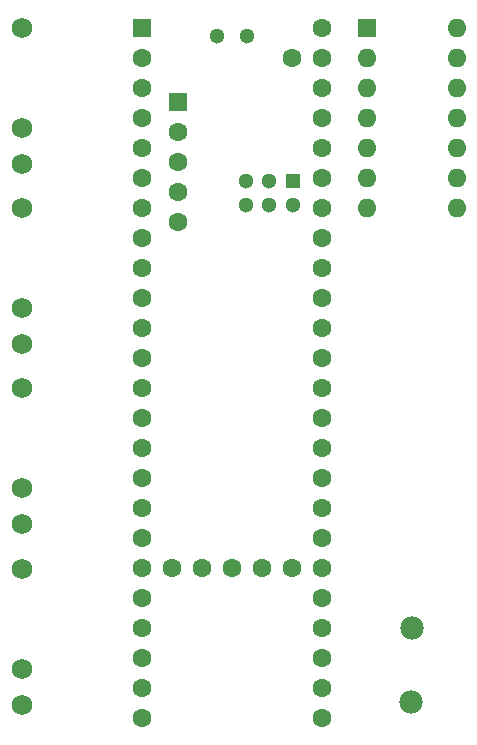
<source format=gbr>
%TF.GenerationSoftware,KiCad,Pcbnew,7.0.2-0*%
%TF.CreationDate,2023-11-13T17:50:45-05:00*%
%TF.ProjectId,Euro Power CV Shield,4575726f-2050-46f7-9765-722043562053,rev?*%
%TF.SameCoordinates,Original*%
%TF.FileFunction,Soldermask,Bot*%
%TF.FilePolarity,Negative*%
%FSLAX46Y46*%
G04 Gerber Fmt 4.6, Leading zero omitted, Abs format (unit mm)*
G04 Created by KiCad (PCBNEW 7.0.2-0) date 2023-11-13 17:50:45*
%MOMM*%
%LPD*%
G01*
G04 APERTURE LIST*
%ADD10C,1.600000*%
%ADD11R,1.600000X1.600000*%
%ADD12R,1.300000X1.300000*%
%ADD13C,1.300000*%
%ADD14O,1.600000X1.600000*%
%ADD15C,1.751600*%
%ADD16C,1.981200*%
G04 APERTURE END LIST*
D10*
%TO.C,U2*%
X132080000Y-78740000D03*
X122430800Y-92659200D03*
X122430800Y-90119200D03*
X122430800Y-87579200D03*
X122430800Y-85039200D03*
D11*
X122430800Y-82499200D03*
D10*
X134620000Y-76200000D03*
X134620000Y-78740000D03*
X134620000Y-81280000D03*
X134620000Y-83820000D03*
X134620000Y-86360000D03*
X134620000Y-88900000D03*
X134620000Y-91440000D03*
X134620000Y-93980000D03*
X134620000Y-96520000D03*
X134620000Y-99060000D03*
X134620000Y-101600000D03*
X134620000Y-104140000D03*
X134620000Y-106680000D03*
X134620000Y-109220000D03*
D11*
X119380000Y-76200000D03*
D10*
X119380000Y-78740000D03*
X119380000Y-81280000D03*
X119380000Y-83820000D03*
X119380000Y-86360000D03*
X119380000Y-88900000D03*
X119380000Y-91440000D03*
X119380000Y-93980000D03*
X119380000Y-96520000D03*
X119380000Y-99060000D03*
X119380000Y-101600000D03*
X119380000Y-104140000D03*
X119380000Y-106680000D03*
X134620000Y-111760000D03*
X134620000Y-114300000D03*
X134620000Y-116840000D03*
X134620000Y-119380000D03*
X134620000Y-121920000D03*
X134620000Y-124460000D03*
X134620000Y-127000000D03*
X134620000Y-129540000D03*
X134620000Y-132080000D03*
X134620000Y-134620000D03*
X119380000Y-134620000D03*
X119380000Y-132080000D03*
X119380000Y-129540000D03*
X119380000Y-127000000D03*
X119380000Y-109220000D03*
X119380000Y-111760000D03*
X119380000Y-114300000D03*
X119380000Y-124460000D03*
X119380000Y-121920000D03*
X119380000Y-119380000D03*
X119380000Y-116840000D03*
D12*
X132181600Y-89170000D03*
D13*
X132181600Y-91170000D03*
X130181600Y-89170000D03*
X130181600Y-91170000D03*
X128181600Y-91170000D03*
X128181600Y-89170000D03*
D10*
X121920000Y-121920000D03*
X124460000Y-121920000D03*
X127000000Y-121920000D03*
X129540000Y-121920000D03*
X132080000Y-121920000D03*
D13*
X125730000Y-76930000D03*
X128270000Y-76930000D03*
%TD*%
D14*
%TO.C,U1*%
X146060000Y-76220000D03*
X138440000Y-91460000D03*
X146060000Y-78760000D03*
X138440000Y-88920000D03*
X146060000Y-81300000D03*
X138440000Y-86380000D03*
X146060000Y-83840000D03*
X138440000Y-83840000D03*
X146060000Y-86380000D03*
X138440000Y-81300000D03*
X146060000Y-88920000D03*
X138440000Y-78760000D03*
X146060000Y-91460000D03*
D11*
X138440000Y-76220000D03*
%TD*%
D15*
%TO.C,CV_4*%
X109220000Y-122000000D03*
X109220000Y-130500000D03*
X109220000Y-133500000D03*
%TD*%
%TO.C,CV_3*%
X109220000Y-106680000D03*
X109220000Y-115180000D03*
X109220000Y-118180000D03*
%TD*%
D16*
%TO.C,OffsetTestPoint (-5v)*%
X142240000Y-127000000D03*
%TD*%
D15*
%TO.C,CV_2*%
X109220000Y-91440000D03*
X109220000Y-99940000D03*
X109220000Y-102940000D03*
%TD*%
%TO.C,CV_1*%
X109220000Y-76200000D03*
X109220000Y-84700000D03*
X109220000Y-87700000D03*
%TD*%
D16*
%TO.C,-12V_IN*%
X142154400Y-133319200D03*
%TD*%
M02*

</source>
